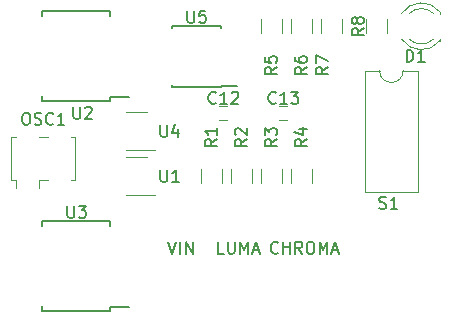
<source format=gbr>
G04 #@! TF.FileFunction,Legend,Top*
%FSLAX46Y46*%
G04 Gerber Fmt 4.6, Leading zero omitted, Abs format (unit mm)*
G04 Created by KiCad (PCBNEW 4.0.4-stable) date 05/31/18 11:07:36*
%MOMM*%
%LPD*%
G01*
G04 APERTURE LIST*
%ADD10C,0.100000*%
%ADD11C,0.200000*%
%ADD12C,0.120000*%
%ADD13C,0.150000*%
G04 APERTURE END LIST*
D10*
D11*
X144065905Y-110593143D02*
X144018286Y-110640762D01*
X143875429Y-110688381D01*
X143780191Y-110688381D01*
X143637333Y-110640762D01*
X143542095Y-110545524D01*
X143494476Y-110450286D01*
X143446857Y-110259810D01*
X143446857Y-110116952D01*
X143494476Y-109926476D01*
X143542095Y-109831238D01*
X143637333Y-109736000D01*
X143780191Y-109688381D01*
X143875429Y-109688381D01*
X144018286Y-109736000D01*
X144065905Y-109783619D01*
X144494476Y-110688381D02*
X144494476Y-109688381D01*
X144494476Y-110164571D02*
X145065905Y-110164571D01*
X145065905Y-110688381D02*
X145065905Y-109688381D01*
X146113524Y-110688381D02*
X145780190Y-110212190D01*
X145542095Y-110688381D02*
X145542095Y-109688381D01*
X145923048Y-109688381D01*
X146018286Y-109736000D01*
X146065905Y-109783619D01*
X146113524Y-109878857D01*
X146113524Y-110021714D01*
X146065905Y-110116952D01*
X146018286Y-110164571D01*
X145923048Y-110212190D01*
X145542095Y-110212190D01*
X146732571Y-109688381D02*
X146923048Y-109688381D01*
X147018286Y-109736000D01*
X147113524Y-109831238D01*
X147161143Y-110021714D01*
X147161143Y-110355048D01*
X147113524Y-110545524D01*
X147018286Y-110640762D01*
X146923048Y-110688381D01*
X146732571Y-110688381D01*
X146637333Y-110640762D01*
X146542095Y-110545524D01*
X146494476Y-110355048D01*
X146494476Y-110021714D01*
X146542095Y-109831238D01*
X146637333Y-109736000D01*
X146732571Y-109688381D01*
X147589714Y-110688381D02*
X147589714Y-109688381D01*
X147923048Y-110402667D01*
X148256381Y-109688381D01*
X148256381Y-110688381D01*
X148684952Y-110402667D02*
X149161143Y-110402667D01*
X148589714Y-110688381D02*
X148923047Y-109688381D01*
X149256381Y-110688381D01*
X139501715Y-110688381D02*
X139025524Y-110688381D01*
X139025524Y-109688381D01*
X139835048Y-109688381D02*
X139835048Y-110497905D01*
X139882667Y-110593143D01*
X139930286Y-110640762D01*
X140025524Y-110688381D01*
X140216001Y-110688381D01*
X140311239Y-110640762D01*
X140358858Y-110593143D01*
X140406477Y-110497905D01*
X140406477Y-109688381D01*
X140882667Y-110688381D02*
X140882667Y-109688381D01*
X141216001Y-110402667D01*
X141549334Y-109688381D01*
X141549334Y-110688381D01*
X141977905Y-110402667D02*
X142454096Y-110402667D01*
X141882667Y-110688381D02*
X142216000Y-109688381D01*
X142549334Y-110688381D01*
X134794762Y-109688381D02*
X135128095Y-110688381D01*
X135461429Y-109688381D01*
X135794762Y-110688381D02*
X135794762Y-109688381D01*
X136270952Y-110688381D02*
X136270952Y-109688381D01*
X136842381Y-110688381D01*
X136842381Y-109688381D01*
D12*
X139796000Y-99406000D02*
X139096000Y-99406000D01*
X139096000Y-98206000D02*
X139796000Y-98206000D01*
X144176000Y-98206000D02*
X144876000Y-98206000D01*
X144876000Y-99406000D02*
X144176000Y-99406000D01*
X154537665Y-92518608D02*
G75*
G03X157770000Y-92675516I1672335J1078608D01*
G01*
X154537665Y-90361392D02*
G75*
G02X157770000Y-90204484I1672335J-1078608D01*
G01*
X155168870Y-92519837D02*
G75*
G03X157250961Y-92520000I1041130J1079837D01*
G01*
X155168870Y-90360163D02*
G75*
G02X157250961Y-90360000I1041130J-1079837D01*
G01*
X157770000Y-92676000D02*
X157770000Y-92520000D01*
X157770000Y-90360000D02*
X157770000Y-90204000D01*
X126516000Y-100816000D02*
X126906000Y-100816000D01*
X126906000Y-100816000D02*
X126906000Y-104416000D01*
X126906000Y-104416000D02*
X126516000Y-104416000D01*
X123836000Y-100816000D02*
X124576000Y-100816000D01*
X121896000Y-105116000D02*
X121896000Y-104416000D01*
X121896000Y-104416000D02*
X121506000Y-104416000D01*
X121506000Y-104416000D02*
X121506000Y-100816000D01*
X121506000Y-100816000D02*
X121896000Y-100816000D01*
X124576000Y-104416000D02*
X123836000Y-104416000D01*
X123836000Y-104416000D02*
X123836000Y-105116000D01*
X137550000Y-104740000D02*
X137550000Y-103540000D01*
X139310000Y-103540000D02*
X139310000Y-104740000D01*
X140090000Y-104740000D02*
X140090000Y-103540000D01*
X141850000Y-103540000D02*
X141850000Y-104740000D01*
X142630000Y-104740000D02*
X142630000Y-103540000D01*
X144390000Y-103540000D02*
X144390000Y-104740000D01*
X145170000Y-104740000D02*
X145170000Y-103540000D01*
X146930000Y-103540000D02*
X146930000Y-104740000D01*
X144390000Y-90840000D02*
X144390000Y-92040000D01*
X142630000Y-92040000D02*
X142630000Y-90840000D01*
X145170000Y-92040000D02*
X145170000Y-90840000D01*
X146930000Y-90840000D02*
X146930000Y-92040000D01*
X149470000Y-90840000D02*
X149470000Y-92040000D01*
X147710000Y-92040000D02*
X147710000Y-90840000D01*
X151520000Y-92040000D02*
X151520000Y-90840000D01*
X153280000Y-90840000D02*
X153280000Y-92040000D01*
X154670000Y-95190000D02*
G75*
G02X152670000Y-95190000I-1000000J0D01*
G01*
X152670000Y-95190000D02*
X151420000Y-95190000D01*
X151420000Y-95190000D02*
X151420000Y-105470000D01*
X151420000Y-105470000D02*
X155920000Y-105470000D01*
X155920000Y-105470000D02*
X155920000Y-95190000D01*
X155920000Y-95190000D02*
X154670000Y-95190000D01*
X132980000Y-102530000D02*
X131180000Y-102530000D01*
X131180000Y-105750000D02*
X133630000Y-105750000D01*
D13*
X129875000Y-97805000D02*
X129875000Y-97455000D01*
X124125000Y-97805000D02*
X124125000Y-97355000D01*
X124125000Y-90155000D02*
X124125000Y-90605000D01*
X129875000Y-90155000D02*
X129875000Y-90605000D01*
X129875000Y-97805000D02*
X124125000Y-97805000D01*
X129875000Y-90155000D02*
X124125000Y-90155000D01*
X129875000Y-97455000D02*
X131475000Y-97455000D01*
X129875000Y-115585000D02*
X129875000Y-115235000D01*
X124125000Y-115585000D02*
X124125000Y-115135000D01*
X124125000Y-107935000D02*
X124125000Y-108385000D01*
X129875000Y-107935000D02*
X129875000Y-108385000D01*
X129875000Y-115585000D02*
X124125000Y-115585000D01*
X129875000Y-107935000D02*
X124125000Y-107935000D01*
X129875000Y-115235000D02*
X131475000Y-115235000D01*
D12*
X132980000Y-98720000D02*
X131180000Y-98720000D01*
X131180000Y-101940000D02*
X133630000Y-101940000D01*
D13*
X139235000Y-96555000D02*
X139235000Y-96505000D01*
X135085000Y-96555000D02*
X135085000Y-96410000D01*
X135085000Y-91405000D02*
X135085000Y-91550000D01*
X139235000Y-91405000D02*
X139235000Y-91550000D01*
X139235000Y-96555000D02*
X135085000Y-96555000D01*
X139235000Y-91405000D02*
X135085000Y-91405000D01*
X139235000Y-96505000D02*
X140635000Y-96505000D01*
X138803143Y-97893143D02*
X138755524Y-97940762D01*
X138612667Y-97988381D01*
X138517429Y-97988381D01*
X138374571Y-97940762D01*
X138279333Y-97845524D01*
X138231714Y-97750286D01*
X138184095Y-97559810D01*
X138184095Y-97416952D01*
X138231714Y-97226476D01*
X138279333Y-97131238D01*
X138374571Y-97036000D01*
X138517429Y-96988381D01*
X138612667Y-96988381D01*
X138755524Y-97036000D01*
X138803143Y-97083619D01*
X139755524Y-97988381D02*
X139184095Y-97988381D01*
X139469809Y-97988381D02*
X139469809Y-96988381D01*
X139374571Y-97131238D01*
X139279333Y-97226476D01*
X139184095Y-97274095D01*
X140136476Y-97083619D02*
X140184095Y-97036000D01*
X140279333Y-96988381D01*
X140517429Y-96988381D01*
X140612667Y-97036000D01*
X140660286Y-97083619D01*
X140707905Y-97178857D01*
X140707905Y-97274095D01*
X140660286Y-97416952D01*
X140088857Y-97988381D01*
X140707905Y-97988381D01*
X143883143Y-97893143D02*
X143835524Y-97940762D01*
X143692667Y-97988381D01*
X143597429Y-97988381D01*
X143454571Y-97940762D01*
X143359333Y-97845524D01*
X143311714Y-97750286D01*
X143264095Y-97559810D01*
X143264095Y-97416952D01*
X143311714Y-97226476D01*
X143359333Y-97131238D01*
X143454571Y-97036000D01*
X143597429Y-96988381D01*
X143692667Y-96988381D01*
X143835524Y-97036000D01*
X143883143Y-97083619D01*
X144835524Y-97988381D02*
X144264095Y-97988381D01*
X144549809Y-97988381D02*
X144549809Y-96988381D01*
X144454571Y-97131238D01*
X144359333Y-97226476D01*
X144264095Y-97274095D01*
X145168857Y-96988381D02*
X145787905Y-96988381D01*
X145454571Y-97369333D01*
X145597429Y-97369333D01*
X145692667Y-97416952D01*
X145740286Y-97464571D01*
X145787905Y-97559810D01*
X145787905Y-97797905D01*
X145740286Y-97893143D01*
X145692667Y-97940762D01*
X145597429Y-97988381D01*
X145311714Y-97988381D01*
X145216476Y-97940762D01*
X145168857Y-97893143D01*
X154963905Y-94432381D02*
X154963905Y-93432381D01*
X155202000Y-93432381D01*
X155344858Y-93480000D01*
X155440096Y-93575238D01*
X155487715Y-93670476D01*
X155535334Y-93860952D01*
X155535334Y-94003810D01*
X155487715Y-94194286D01*
X155440096Y-94289524D01*
X155344858Y-94384762D01*
X155202000Y-94432381D01*
X154963905Y-94432381D01*
X156487715Y-94432381D02*
X155916286Y-94432381D01*
X156202000Y-94432381D02*
X156202000Y-93432381D01*
X156106762Y-93575238D01*
X156011524Y-93670476D01*
X155916286Y-93718095D01*
X122658381Y-98768381D02*
X122848858Y-98768381D01*
X122944096Y-98816000D01*
X123039334Y-98911238D01*
X123086953Y-99101714D01*
X123086953Y-99435048D01*
X123039334Y-99625524D01*
X122944096Y-99720762D01*
X122848858Y-99768381D01*
X122658381Y-99768381D01*
X122563143Y-99720762D01*
X122467905Y-99625524D01*
X122420286Y-99435048D01*
X122420286Y-99101714D01*
X122467905Y-98911238D01*
X122563143Y-98816000D01*
X122658381Y-98768381D01*
X123467905Y-99720762D02*
X123610762Y-99768381D01*
X123848858Y-99768381D01*
X123944096Y-99720762D01*
X123991715Y-99673143D01*
X124039334Y-99577905D01*
X124039334Y-99482667D01*
X123991715Y-99387429D01*
X123944096Y-99339810D01*
X123848858Y-99292190D01*
X123658381Y-99244571D01*
X123563143Y-99196952D01*
X123515524Y-99149333D01*
X123467905Y-99054095D01*
X123467905Y-98958857D01*
X123515524Y-98863619D01*
X123563143Y-98816000D01*
X123658381Y-98768381D01*
X123896477Y-98768381D01*
X124039334Y-98816000D01*
X125039334Y-99673143D02*
X124991715Y-99720762D01*
X124848858Y-99768381D01*
X124753620Y-99768381D01*
X124610762Y-99720762D01*
X124515524Y-99625524D01*
X124467905Y-99530286D01*
X124420286Y-99339810D01*
X124420286Y-99196952D01*
X124467905Y-99006476D01*
X124515524Y-98911238D01*
X124610762Y-98816000D01*
X124753620Y-98768381D01*
X124848858Y-98768381D01*
X124991715Y-98816000D01*
X125039334Y-98863619D01*
X125991715Y-99768381D02*
X125420286Y-99768381D01*
X125706000Y-99768381D02*
X125706000Y-98768381D01*
X125610762Y-98911238D01*
X125515524Y-99006476D01*
X125420286Y-99054095D01*
X138882381Y-101004666D02*
X138406190Y-101338000D01*
X138882381Y-101576095D02*
X137882381Y-101576095D01*
X137882381Y-101195142D01*
X137930000Y-101099904D01*
X137977619Y-101052285D01*
X138072857Y-101004666D01*
X138215714Y-101004666D01*
X138310952Y-101052285D01*
X138358571Y-101099904D01*
X138406190Y-101195142D01*
X138406190Y-101576095D01*
X138882381Y-100052285D02*
X138882381Y-100623714D01*
X138882381Y-100338000D02*
X137882381Y-100338000D01*
X138025238Y-100433238D01*
X138120476Y-100528476D01*
X138168095Y-100623714D01*
X141422381Y-101004666D02*
X140946190Y-101338000D01*
X141422381Y-101576095D02*
X140422381Y-101576095D01*
X140422381Y-101195142D01*
X140470000Y-101099904D01*
X140517619Y-101052285D01*
X140612857Y-101004666D01*
X140755714Y-101004666D01*
X140850952Y-101052285D01*
X140898571Y-101099904D01*
X140946190Y-101195142D01*
X140946190Y-101576095D01*
X140517619Y-100623714D02*
X140470000Y-100576095D01*
X140422381Y-100480857D01*
X140422381Y-100242761D01*
X140470000Y-100147523D01*
X140517619Y-100099904D01*
X140612857Y-100052285D01*
X140708095Y-100052285D01*
X140850952Y-100099904D01*
X141422381Y-100671333D01*
X141422381Y-100052285D01*
X143962381Y-101004666D02*
X143486190Y-101338000D01*
X143962381Y-101576095D02*
X142962381Y-101576095D01*
X142962381Y-101195142D01*
X143010000Y-101099904D01*
X143057619Y-101052285D01*
X143152857Y-101004666D01*
X143295714Y-101004666D01*
X143390952Y-101052285D01*
X143438571Y-101099904D01*
X143486190Y-101195142D01*
X143486190Y-101576095D01*
X142962381Y-100671333D02*
X142962381Y-100052285D01*
X143343333Y-100385619D01*
X143343333Y-100242761D01*
X143390952Y-100147523D01*
X143438571Y-100099904D01*
X143533810Y-100052285D01*
X143771905Y-100052285D01*
X143867143Y-100099904D01*
X143914762Y-100147523D01*
X143962381Y-100242761D01*
X143962381Y-100528476D01*
X143914762Y-100623714D01*
X143867143Y-100671333D01*
X146502381Y-101004666D02*
X146026190Y-101338000D01*
X146502381Y-101576095D02*
X145502381Y-101576095D01*
X145502381Y-101195142D01*
X145550000Y-101099904D01*
X145597619Y-101052285D01*
X145692857Y-101004666D01*
X145835714Y-101004666D01*
X145930952Y-101052285D01*
X145978571Y-101099904D01*
X146026190Y-101195142D01*
X146026190Y-101576095D01*
X145835714Y-100147523D02*
X146502381Y-100147523D01*
X145454762Y-100385619D02*
X146169048Y-100623714D01*
X146169048Y-100004666D01*
X143962381Y-94908666D02*
X143486190Y-95242000D01*
X143962381Y-95480095D02*
X142962381Y-95480095D01*
X142962381Y-95099142D01*
X143010000Y-95003904D01*
X143057619Y-94956285D01*
X143152857Y-94908666D01*
X143295714Y-94908666D01*
X143390952Y-94956285D01*
X143438571Y-95003904D01*
X143486190Y-95099142D01*
X143486190Y-95480095D01*
X142962381Y-94003904D02*
X142962381Y-94480095D01*
X143438571Y-94527714D01*
X143390952Y-94480095D01*
X143343333Y-94384857D01*
X143343333Y-94146761D01*
X143390952Y-94051523D01*
X143438571Y-94003904D01*
X143533810Y-93956285D01*
X143771905Y-93956285D01*
X143867143Y-94003904D01*
X143914762Y-94051523D01*
X143962381Y-94146761D01*
X143962381Y-94384857D01*
X143914762Y-94480095D01*
X143867143Y-94527714D01*
X146502381Y-94908666D02*
X146026190Y-95242000D01*
X146502381Y-95480095D02*
X145502381Y-95480095D01*
X145502381Y-95099142D01*
X145550000Y-95003904D01*
X145597619Y-94956285D01*
X145692857Y-94908666D01*
X145835714Y-94908666D01*
X145930952Y-94956285D01*
X145978571Y-95003904D01*
X146026190Y-95099142D01*
X146026190Y-95480095D01*
X145502381Y-94051523D02*
X145502381Y-94242000D01*
X145550000Y-94337238D01*
X145597619Y-94384857D01*
X145740476Y-94480095D01*
X145930952Y-94527714D01*
X146311905Y-94527714D01*
X146407143Y-94480095D01*
X146454762Y-94432476D01*
X146502381Y-94337238D01*
X146502381Y-94146761D01*
X146454762Y-94051523D01*
X146407143Y-94003904D01*
X146311905Y-93956285D01*
X146073810Y-93956285D01*
X145978571Y-94003904D01*
X145930952Y-94051523D01*
X145883333Y-94146761D01*
X145883333Y-94337238D01*
X145930952Y-94432476D01*
X145978571Y-94480095D01*
X146073810Y-94527714D01*
X148280381Y-94908666D02*
X147804190Y-95242000D01*
X148280381Y-95480095D02*
X147280381Y-95480095D01*
X147280381Y-95099142D01*
X147328000Y-95003904D01*
X147375619Y-94956285D01*
X147470857Y-94908666D01*
X147613714Y-94908666D01*
X147708952Y-94956285D01*
X147756571Y-95003904D01*
X147804190Y-95099142D01*
X147804190Y-95480095D01*
X147280381Y-94575333D02*
X147280381Y-93908666D01*
X148280381Y-94337238D01*
X151328381Y-91606666D02*
X150852190Y-91940000D01*
X151328381Y-92178095D02*
X150328381Y-92178095D01*
X150328381Y-91797142D01*
X150376000Y-91701904D01*
X150423619Y-91654285D01*
X150518857Y-91606666D01*
X150661714Y-91606666D01*
X150756952Y-91654285D01*
X150804571Y-91701904D01*
X150852190Y-91797142D01*
X150852190Y-92178095D01*
X150756952Y-91035238D02*
X150709333Y-91130476D01*
X150661714Y-91178095D01*
X150566476Y-91225714D01*
X150518857Y-91225714D01*
X150423619Y-91178095D01*
X150376000Y-91130476D01*
X150328381Y-91035238D01*
X150328381Y-90844761D01*
X150376000Y-90749523D01*
X150423619Y-90701904D01*
X150518857Y-90654285D01*
X150566476Y-90654285D01*
X150661714Y-90701904D01*
X150709333Y-90749523D01*
X150756952Y-90844761D01*
X150756952Y-91035238D01*
X150804571Y-91130476D01*
X150852190Y-91178095D01*
X150947429Y-91225714D01*
X151137905Y-91225714D01*
X151233143Y-91178095D01*
X151280762Y-91130476D01*
X151328381Y-91035238D01*
X151328381Y-90844761D01*
X151280762Y-90749523D01*
X151233143Y-90701904D01*
X151137905Y-90654285D01*
X150947429Y-90654285D01*
X150852190Y-90701904D01*
X150804571Y-90749523D01*
X150756952Y-90844761D01*
X152654095Y-106830762D02*
X152796952Y-106878381D01*
X153035048Y-106878381D01*
X153130286Y-106830762D01*
X153177905Y-106783143D01*
X153225524Y-106687905D01*
X153225524Y-106592667D01*
X153177905Y-106497429D01*
X153130286Y-106449810D01*
X153035048Y-106402190D01*
X152844571Y-106354571D01*
X152749333Y-106306952D01*
X152701714Y-106259333D01*
X152654095Y-106164095D01*
X152654095Y-106068857D01*
X152701714Y-105973619D01*
X152749333Y-105926000D01*
X152844571Y-105878381D01*
X153082667Y-105878381D01*
X153225524Y-105926000D01*
X154177905Y-106878381D02*
X153606476Y-106878381D01*
X153892190Y-106878381D02*
X153892190Y-105878381D01*
X153796952Y-106021238D01*
X153701714Y-106116476D01*
X153606476Y-106164095D01*
X134112095Y-103592381D02*
X134112095Y-104401905D01*
X134159714Y-104497143D01*
X134207333Y-104544762D01*
X134302571Y-104592381D01*
X134493048Y-104592381D01*
X134588286Y-104544762D01*
X134635905Y-104497143D01*
X134683524Y-104401905D01*
X134683524Y-103592381D01*
X135683524Y-104592381D02*
X135112095Y-104592381D01*
X135397809Y-104592381D02*
X135397809Y-103592381D01*
X135302571Y-103735238D01*
X135207333Y-103830476D01*
X135112095Y-103878095D01*
X126746095Y-98258381D02*
X126746095Y-99067905D01*
X126793714Y-99163143D01*
X126841333Y-99210762D01*
X126936571Y-99258381D01*
X127127048Y-99258381D01*
X127222286Y-99210762D01*
X127269905Y-99163143D01*
X127317524Y-99067905D01*
X127317524Y-98258381D01*
X127746095Y-98353619D02*
X127793714Y-98306000D01*
X127888952Y-98258381D01*
X128127048Y-98258381D01*
X128222286Y-98306000D01*
X128269905Y-98353619D01*
X128317524Y-98448857D01*
X128317524Y-98544095D01*
X128269905Y-98686952D01*
X127698476Y-99258381D01*
X128317524Y-99258381D01*
X126238095Y-106640381D02*
X126238095Y-107449905D01*
X126285714Y-107545143D01*
X126333333Y-107592762D01*
X126428571Y-107640381D01*
X126619048Y-107640381D01*
X126714286Y-107592762D01*
X126761905Y-107545143D01*
X126809524Y-107449905D01*
X126809524Y-106640381D01*
X127190476Y-106640381D02*
X127809524Y-106640381D01*
X127476190Y-107021333D01*
X127619048Y-107021333D01*
X127714286Y-107068952D01*
X127761905Y-107116571D01*
X127809524Y-107211810D01*
X127809524Y-107449905D01*
X127761905Y-107545143D01*
X127714286Y-107592762D01*
X127619048Y-107640381D01*
X127333333Y-107640381D01*
X127238095Y-107592762D01*
X127190476Y-107545143D01*
X134112095Y-99782381D02*
X134112095Y-100591905D01*
X134159714Y-100687143D01*
X134207333Y-100734762D01*
X134302571Y-100782381D01*
X134493048Y-100782381D01*
X134588286Y-100734762D01*
X134635905Y-100687143D01*
X134683524Y-100591905D01*
X134683524Y-99782381D01*
X135588286Y-100115714D02*
X135588286Y-100782381D01*
X135350190Y-99734762D02*
X135112095Y-100449048D01*
X135731143Y-100449048D01*
X136398095Y-90130381D02*
X136398095Y-90939905D01*
X136445714Y-91035143D01*
X136493333Y-91082762D01*
X136588571Y-91130381D01*
X136779048Y-91130381D01*
X136874286Y-91082762D01*
X136921905Y-91035143D01*
X136969524Y-90939905D01*
X136969524Y-90130381D01*
X137921905Y-90130381D02*
X137445714Y-90130381D01*
X137398095Y-90606571D01*
X137445714Y-90558952D01*
X137540952Y-90511333D01*
X137779048Y-90511333D01*
X137874286Y-90558952D01*
X137921905Y-90606571D01*
X137969524Y-90701810D01*
X137969524Y-90939905D01*
X137921905Y-91035143D01*
X137874286Y-91082762D01*
X137779048Y-91130381D01*
X137540952Y-91130381D01*
X137445714Y-91082762D01*
X137398095Y-91035143D01*
M02*

</source>
